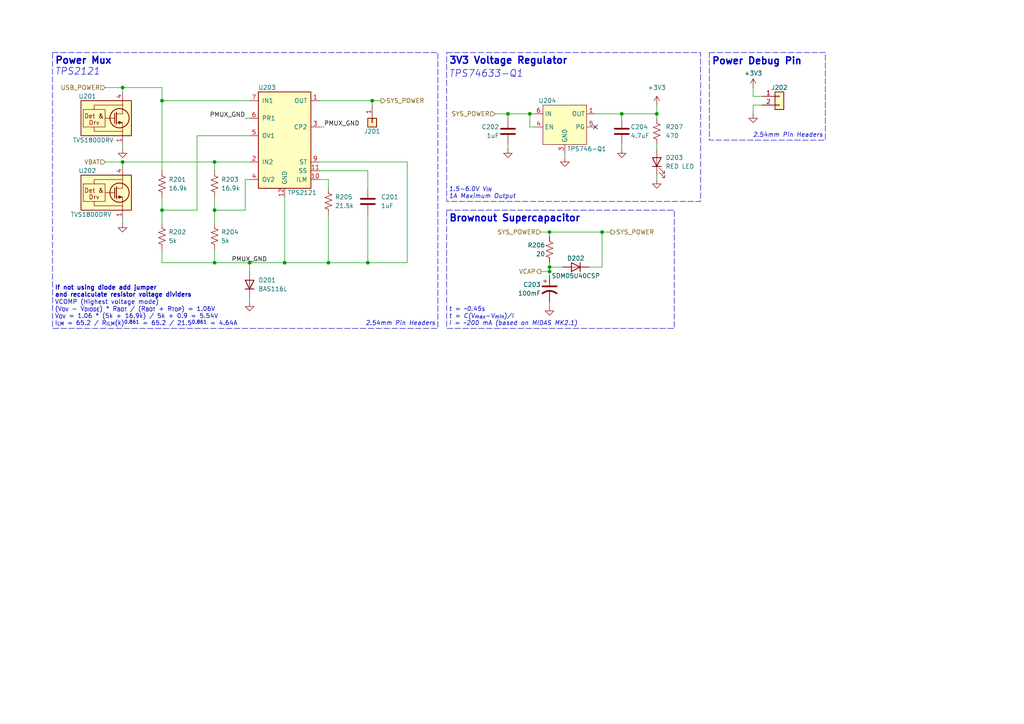
<source format=kicad_sch>
(kicad_sch (version 20250114) (generator "eeschema") (generator_version "9.0")
  (paper "A4")
  (title_block (title "MIDAS Mini Power Circuitry MK1") (date "2025-12-01") (rev "A") (company "Illinois Space Society") (comment 3 "Chethan Karandikar") (comment 4 "Contributors: Himesh Nasaka, Jackie Li, Aarav Dudhia, Thomas McManamen, "))
  (lib_symbols
    (symbol "Connector_Generic:Conn_01x01" (pin_names (offset 1.016) (hide yes))
      (property "Reference" "J" (at 0 2.54 0))
      (property "Value" "Conn_01x01" (at 0 -2.54 0))
      (symbol "Conn_01x01_1_1"
        (rectangle (start -1.27 1.27) (end 1.27 -1.27) (stroke (width 0.254)) (fill (type background)))
        (rectangle (start -1.27 0.127) (end 0 -0.127) (stroke (width 0.1524)))
        (pin passive line (at -5.08 0 0) (length 3.81) (name "Pin_1") (number "1"))
      )
    )
    (symbol "Connector_Generic:Conn_01x02" (pin_names (offset 1.016) (hide yes))
      (property "Reference" "J" (at 0 2.54 0))
      (property "Value" "Conn_01x02" (at 0 -5.08 0))
      (symbol "Conn_01x02_1_1"
        (rectangle (start -1.27 1.27) (end 1.27 -3.81) (stroke (width 0.254)) (fill (type background)))
        (rectangle (start -1.27 0.127) (end 0 -0.127) (stroke (width 0.1524)))
        (rectangle (start -1.27 -2.413) (end 0 -2.667) (stroke (width 0.1524)))
        (pin passive line (at -5.08 0 0) (length 3.81) (name "Pin_1") (number "1"))
        (pin passive line (at -5.08 -2.54 0) (length 3.81) (name "Pin_2") (number "2"))
      )
    )
    (symbol "Device:C" (pin_numbers (hide yes)) (pin_names (offset 0.254))
      (property "Reference" "C" (at 0.635 2.54 0))
      (property "Value" "C" (at 0.635 -2.54 0))
      (symbol "C_0_1"
        (polyline (pts (xy -2.032 0.762) (xy 2.032 0.762)) (stroke (width 0.508)))
        (polyline (pts (xy -2.032 -0.762) (xy 2.032 -0.762)) (stroke (width 0.508)))
      )
      (symbol "C_1_1"
        (pin passive line (at 0 3.81 270) (length 2.794) (name "~") (number "1"))
        (pin passive line (at 0 -3.81 90) (length 2.794) (name "~") (number "2"))
      )
    )
    (symbol "Device:C_Polarized_US" (pin_numbers (hide yes)) (pin_names (offset 0.254) (hide yes))
      (property "Reference" "C" (at 0.635 2.54 0))
      (property "Value" "C_Polarized_US" (at 0.635 -2.54 0))
      (symbol "C_Polarized_US_0_1"
        (polyline (pts (xy -2.032 0.762) (xy 2.032 0.762)) (stroke (width 0.508)))
        (polyline (pts (xy -1.778 2.286) (xy -0.762 2.286)))
        (polyline (pts (xy -1.27 1.778) (xy -1.27 2.794)))
        (arc (start -2.032 -1.27) (mid 0 -0.5572) (end 2.032 -1.27) (stroke (width 0.508)))
      )
      (symbol "C_Polarized_US_1_1"
        (pin passive line (at 0 3.81 270) (length 2.794) (name "~") (number "1"))
        (pin passive line (at 0 -3.81 90) (length 3.302) (name "~") (number "2"))
      )
    )
    (symbol "Device:D" (pin_numbers (hide yes)) (pin_names (offset 1.016) (hide yes))
      (property "Reference" "D" (at 0 2.54 0))
      (property "Value" "D" (at 0 -2.54 0))
      (symbol "D_0_1"
        (polyline (pts (xy -1.27 1.27) (xy -1.27 -1.27)) (stroke (width 0.254)))
        (polyline (pts (xy 1.27 1.27) (xy 1.27 -1.27) (xy -1.27 0) (xy 1.27 1.27)) (stroke (width 0.254)))
        (polyline (pts (xy 1.27 0) (xy -1.27 0)))
      )
      (symbol "D_1_1"
        (pin passive line (at -3.81 0 0) (length 2.54) (name "K") (number "1"))
        (pin passive line (at 3.81 0 180) (length 2.54) (name "A") (number "2"))
      )
    )
    (symbol "Device:LED" (pin_numbers (hide yes)) (pin_names (offset 1.016) (hide yes))
      (property "Reference" "D" (at 0 2.54 0))
      (property "Value" "LED" (at 0 -2.54 0))
      (symbol "LED_0_1"
        (polyline (pts (xy -3.048 -0.762) (xy -4.572 -2.286) (xy -3.81 -2.286) (xy -4.572 -2.286) (xy -4.572 -1.524)))
        (polyline (pts (xy -1.778 -0.762) (xy -3.302 -2.286) (xy -2.54 -2.286) (xy -3.302 -2.286) (xy -3.302 -1.524)))
        (polyline (pts (xy -1.27 0) (xy 1.27 0)))
        (polyline (pts (xy -1.27 -1.27) (xy -1.27 1.27)) (stroke (width 0.254)))
        (polyline (pts (xy 1.27 -1.27) (xy 1.27 1.27) (xy -1.27 0) (xy 1.27 -1.27)) (stroke (width 0.254)))
      )
      (symbol "LED_1_1"
        (pin passive line (at -3.81 0 0) (length 2.54) (name "K") (number "1"))
        (pin passive line (at 3.81 0 180) (length 2.54) (name "A") (number "2"))
      )
    )
    (symbol "Device:R_US" (pin_numbers (hide yes)) (pin_names (offset 0))
      (property "Reference" "R" (at 2.54 0 90))
      (property "Value" "R_US" (at -2.54 0 90))
      (symbol "R_US_0_1"
        (polyline (pts (xy 0 2.286) (xy 0 2.54)))
        (polyline (pts (xy 0 2.286) (xy 1.016 1.905) (xy 0 1.524) (xy -1.016 1.143) (xy 0 0.762)))
        (polyline (pts (xy 0 0.762) (xy 1.016 0.381) (xy 0 0) (xy -1.016 -0.381) (xy 0 -0.762)))
        (polyline (pts (xy 0 -0.762) (xy 1.016 -1.143) (xy 0 -1.524) (xy -1.016 -1.905) (xy 0 -2.286)))
        (polyline (pts (xy 0 -2.286) (xy 0 -2.54)))
      )
      (symbol "R_US_1_1"
        (pin passive line (at 0 3.81 270) (length 1.27) (name "~") (number "1"))
        (pin passive line (at 0 -3.81 90) (length 1.27) (name "~") (number "2"))
      )
    )
    (symbol "Power_MUX:TPS2121" (pin_names (offset 1.016))
      (property "Reference" "U" (at -6.35 16.51 0))
      (property "Value" "TPS2121" (at 3.81 16.51 0))
      (symbol "TPS2121_0_0"
        (rectangle (start -7.62 15.24) (end 7.62 -12.7) (stroke (width 0.254)) (fill (type background)))
        (pin power_in line (at -10.16 12.7 0) (length 2.54) (name "IN1") (number "7"))
        (pin input line (at -10.16 7.62 0) (length 2.54) (name "PR1") (number "6"))
        (pin input line (at -10.16 2.54 0) (length 2.54) (name "OV1") (number "5"))
        (pin power_in line (at -10.16 -5.08 0) (length 2.54) (name "IN2") (number "2"))
        (pin input line (at -10.16 -10.16 0) (length 2.54) (name "OV2") (number "4"))
        (pin power_in line (at 0 -15.24 90) (length 2.54) (name "GND") (number "12"))
        (pin input line (at 10.16 5.08 180) (length 2.54) (name "CP2") (number "3"))
        (pin output line (at 10.16 -5.08 180) (length 2.54) (name "ST") (number "9"))
        (pin output line (at 10.16 -7.62 180) (length 2.54) (name "SS") (number "11"))
        (pin output line (at 10.16 -10.16 180) (length 2.54) (name "ILM") (number "10"))
      )
      (symbol "TPS2121_1_0"
        (pin power_out line (at 10.16 12.7 180) (length 2.54) (name "OUT") (number "1"))
        (pin power_out line (at 10.16 12.7 180) (length 2.54) (hide yes) (name "OUT") (number "8"))
      )
    )
    (symbol "Power_Protection:TVS1800DRV" (pin_names (offset 0) (hide yes))
      (property "Reference" "U" (at 2.54 1.27 0))
      (property "Value" "TVS1800DRV" (at 2.54 -1.27 0))
      (symbol "TVS1800DRV_0_0"
        (rectangle (start -11.43 2.54) (end -5.08 -2.54))
        (polyline (pts (xy -8.255 2.54) (xy -8.255 3.81) (xy 0 3.81)))
        (polyline (pts (xy -8.255 -2.54) (xy -8.255 -3.81) (xy 0 -3.81)))
        (polyline (pts (xy 0 1.27) (xy -1.778 1.27)))
        (text "Det &" (at -8.255 0.635 0) (effects (font (size 1.27 1.27))))
        (text "Drv" (at -8.255 -1.27 0) (effects (font (size 1.27 1.27))))
      )
      (symbol "TVS1800DRV_0_1"
        (rectangle (start -12.065 5.08) (end 2.54 -5.08) (stroke (width 0.254)) (fill (type background)))
        (polyline (pts (xy -2.286 1.397) (xy -2.286 -1.524)) (stroke (width 0.254)))
        (polyline (pts (xy -2.286 0) (xy -5.08 0)))
        (polyline (pts (xy -1.778 1.778) (xy -1.778 -1.778)) (stroke (width 0.254)))
        (circle (center -0.889 0) (radius 2.794) (stroke (width 0.254)))
        (polyline (pts (xy -0.127 -1.27) (xy -1.143 -1.651) (xy -1.143 -0.889) (xy -0.127 -1.27)) (fill (type outline)))
        (polyline (pts (xy 0 5.08) (xy 0 2.54)))
        (polyline (pts (xy 0 2.54) (xy 0 1.27)))
        (polyline (pts (xy 0 -2.54) (xy 0 -5.08)))
        (polyline (pts (xy 0 -2.54) (xy 0 -1.27) (xy -1.778 -1.27)))
      )
      (symbol "TVS1800DRV_1_1"
        (pin passive line (at 0 7.62 270) (length 2.54) (name "IN") (number "4"))
        (pin passive line (at 0 7.62 270) (length 2.54) (hide yes) (name "IN") (number "5"))
        (pin passive line (at 0 7.62 270) (length 2.54) (hide yes) (name "IN") (number "6"))
        (pin power_in line (at 0 -7.62 90) (length 2.54) (name "GND") (number "1"))
        (pin passive line (at 0 -7.62 90) (length 2.54) (hide yes) (name "GND") (number "2"))
        (pin passive line (at 0 -7.62 90) (length 2.54) (hide yes) (name "GND") (number "3"))
        (pin passive line (at 0 -7.62 90) (length 2.54) (hide yes) (name "GND") (number "7"))
      )
    )
    (symbol "Regulator_Texas:TPS746-Q1"
      (property "Reference" "U" (at -6.35 8.89 0))
      (property "Value" "TPS746-Q1" (at 6.35 -5.08 0))
      (symbol "TPS746-Q1_0_0"
        (pin power_in line (at -8.89 5.08 0) (length 2.54) (name "IN") (number "6"))
        (pin input line (at -8.89 1.27 0) (length 2.54) (name "EN") (number "4"))
        (pin power_in line (at 0 -6.35 90) (length 2.54) (name "GND") (number "3"))
        (pin power_out line (at 8.89 5.08 180) (length 2.54) (name "OUT") (number "1"))
        (pin output line (at 8.89 1.27 180) (length 2.54) (name "PG") (number "5"))
      )
      (symbol "TPS746-Q1_1_0"
        (pin no_connect line (at -8.89 -2.54 0) (length 2.54) (hide yes) (name "NC") (number "2"))
      )
      (symbol "TPS746-Q1_1_1"
        (rectangle (start -6.35 7.62) (end 6.35 -3.81) (fill (type background)))
        (pin power_in line (at 0 -6.35 90) (length 2.54) (hide yes) (name "EP") (number "7"))
      )
    )
    (symbol "power:+3V3" (power) (pin_numbers (hide yes)) (pin_names (offset 0) (hide yes))
      (property "Value" "+3V3" (at 0 3.556 0))
      (symbol "+3V3_0_1"
        (polyline (pts (xy -0.762 1.27) (xy 0 2.54)))
        (polyline (pts (xy 0 2.54) (xy 0.762 1.27)))
        (polyline (pts (xy 0 0) (xy 0 2.54)))
      )
      (symbol "+3V3_1_1"
        (pin power_in line (at 0 0 90) (length 0) (name "~") (number "1"))
      )
    )
    (symbol "power:GND" (power) (pin_numbers (hide yes)) (pin_names (offset 0) (hide yes))
      (property "Value" "GND" (at 0 -3.81 0))
      (symbol "GND_0_1"
        (polyline (pts (xy 0 0) (xy 0 -1.27) (xy 1.27 -1.27) (xy 0 -2.54) (xy -1.27 -1.27) (xy 0 -1.27)))
      )
      (symbol "GND_1_1"
        (pin power_in line (at 0 0 270) (length 0) (name "~") (number "1"))
      )
    )
  )
  (rectangle (start 129.54 60.96) (end 195.58 95.25) (stroke (width 0) (type dash)))
  (rectangle (start 15.24 15.24) (end 127 95.25) (stroke (width 0) (type dash)))
  (rectangle (start 205.74 15.24) (end 239.395 40.64) (stroke (width 0) (type dash)))
  (rectangle (start 129.54 15.24) (end 203.2 58.42) (stroke (width 0) (type dash)))
  (text "VCOMP (Highest voltage mode)\n(V_{OV} - V_{DIODE}) * R_{BOT} / (R_{BOT} + R_{TOP}) = 1.06V\nV_{OV} = 1.06 * (5k + 16.9k) / 5k + 0.9 = 5.54V\nI_{LM} = 65.2 / R_{ILM}(k)^{0.861} = 65.2 / 21.5^{0.861} = 4.64A" (at 15.875 94.615 0) (effects (font (size 1.27 1.27) (thickness 0.1588)) (justify left bottom)))
  (text "t = ~0.45s\nt = C(V_{max}−V_{min})/I\nI = ~200 mA (based on MIDAS MK2.1)" (at 130.175 94.615 0) (effects (font (size 1.27 1.27) (italic yes)) (justify left bottom)))
  (text "Power Debug Pin\n\n" (at 206.375 22.225 0) (effects (font (size 2 2) (thickness 0.4) (bold yes)) (justify left bottom)))
  (text "3V3 Voltage Regulator" (at 130.175 16.51 0) (effects (font (size 2 2) (thickness 0.4) (bold yes)) (justify left top)))
  (text "2.54mm Pin Headers" (at 126.365 94.615 0) (effects (font (size 1.27 1.27) (italic yes)) (justify right bottom)))
  (text "1.5-6.0V V_{IN}\n1A Maximum Output" (at 130.175 57.785 0) (effects (font (size 1.27 1.27) (italic yes)) (justify left bottom)))
  (text "2.54mm Pin Headers" (at 238.76 40.005 0) (effects (font (size 1.27 1.27) (italic yes)) (justify right bottom)))
  (text "TPS2121" (at 15.875 19.685 0) (effects (font (size 2 2) (italic yes)) (justify left top)))
  (text "TPS74633-Q1" (at 130.175 20.32 0) (effects (font (size 2 2) (italic yes)) (justify left top)))
  (text "Power Mux" (at 15.875 16.51 0) (effects (font (size 2 2) (thickness 0.4) (bold yes)) (justify left top)))
  (text "If not using diode add jumper\nand recalculate resistor voltage dividers" (at 15.875 86.36 0) (effects (font (size 1.27 1.27) (bold yes)) (justify left bottom)))
  (text "Brownout Supercapacitor\n" (at 130.175 62.23 0) (effects (font (size 2 2) (thickness 0.4) (bold yes)) (justify left top)))
  (junction (at 107.95 29.21))
  (junction (at 174.625 67.31))
  (junction (at 106.68 76.2))
  (junction (at 153.67 33.02))
  (junction (at 82.55 76.2))
  (junction (at 159.385 78.74))
  (junction (at 62.23 60.96))
  (junction (at 35.56 46.99))
  (junction (at 95.25 76.2))
  (junction (at 35.56 25.4))
  (junction (at 180.34 33.02))
  (junction (at 62.23 76.2))
  (junction (at 46.99 29.21))
  (junction (at 46.99 60.96))
  (junction (at 159.385 77.47))
  (junction (at 159.385 67.31))
  (junction (at 147.32 33.02))
  (junction (at 72.39 76.2))
  (junction (at 62.23 46.99))
  (junction (at 190.5 33.02))
  (no_connect (at 172.72 36.83))
  (wire (pts (xy 62.23 46.99) (xy 72.39 46.99)))
  (wire (pts (xy 107.95 30.48) (xy 107.95 29.21)))
  (wire (pts (xy 35.56 46.99) (xy 62.23 46.99)))
  (wire (pts (xy 107.95 29.21) (xy 110.49 29.21)))
  (wire (pts (xy 174.625 77.47) (xy 170.815 77.47)))
  (wire (pts (xy 95.25 76.2) (xy 106.68 76.2)))
  (wire (pts (xy 35.56 41.91) (xy 35.56 43.18)))
  (wire (pts (xy 174.625 67.31) (xy 177.165 67.31)))
  (wire (pts (xy 46.99 29.21) (xy 46.99 49.53)))
  (wire (pts (xy 118.11 76.2) (xy 118.11 46.99)))
  (wire (pts (xy 71.12 34.29) (xy 72.39 34.29)))
  (wire (pts (xy 46.99 29.21) (xy 72.39 29.21)))
  (wire (pts (xy 30.48 46.99) (xy 35.56 46.99)))
  (wire (pts (xy 147.32 41.91) (xy 147.32 43.18)))
  (wire (pts (xy 62.23 60.96) (xy 71.12 60.96)))
  (wire (pts (xy 92.71 29.21) (xy 107.95 29.21)))
  (wire (pts (xy 82.55 76.2) (xy 95.25 76.2)))
  (wire (pts (xy 147.32 33.02) (xy 153.67 33.02)))
  (wire (pts (xy 62.23 57.15) (xy 62.23 60.96)))
  (wire (pts (xy 72.39 52.07) (xy 71.12 52.07)))
  (wire (pts (xy 156.845 67.31) (xy 159.385 67.31)))
  (wire (pts (xy 143.51 33.02) (xy 147.32 33.02)))
  (wire (pts (xy 159.385 67.31) (xy 159.385 68.58)))
  (wire (pts (xy 163.83 45.72) (xy 163.83 44.45)))
  (wire (pts (xy 93.98 36.83) (xy 92.71 36.83)))
  (wire (pts (xy 172.72 33.02) (xy 180.34 33.02)))
  (wire (pts (xy 156.845 78.74) (xy 159.385 78.74)))
  (wire (pts (xy 92.71 52.07) (xy 95.25 52.07)))
  (wire (pts (xy 106.68 49.53) (xy 106.68 54.61)))
  (wire (pts (xy 92.71 46.99) (xy 118.11 46.99)))
  (wire (pts (xy 35.56 46.99) (xy 35.56 48.26)))
  (wire (pts (xy 159.385 77.47) (xy 159.385 78.74)))
  (wire (pts (xy 159.385 76.2) (xy 159.385 77.47)))
  (wire (pts (xy 153.67 33.02) (xy 154.94 33.02)))
  (wire (pts (xy 159.385 78.74) (xy 159.385 80.01)))
  (wire (pts (xy 147.32 34.29) (xy 147.32 33.02)))
  (wire (pts (xy 46.99 25.4) (xy 46.99 29.21)))
  (wire (pts (xy 180.34 33.02) (xy 180.34 34.29)))
  (wire (pts (xy 62.23 60.96) (xy 62.23 64.77)))
  (wire (pts (xy 57.15 39.37) (xy 72.39 39.37)))
  (wire (pts (xy 218.44 30.48) (xy 220.98 30.48)))
  (wire (pts (xy 159.385 87.63) (xy 159.385 88.9)))
  (wire (pts (xy 62.23 46.99) (xy 62.23 49.53)))
  (wire (pts (xy 62.23 72.39) (xy 62.23 76.2)))
  (wire (pts (xy 190.5 30.48) (xy 190.5 33.02)))
  (wire (pts (xy 35.56 63.5) (xy 35.56 64.77)))
  (wire (pts (xy 180.34 33.02) (xy 190.5 33.02)))
  (wire (pts (xy 220.98 27.94) (xy 218.44 27.94)))
  (wire (pts (xy 218.44 27.94) (xy 218.44 25.4)))
  (wire (pts (xy 159.385 77.47) (xy 163.195 77.47)))
  (wire (pts (xy 72.39 76.2) (xy 72.39 78.74)))
  (wire (pts (xy 92.71 49.53) (xy 106.68 49.53)))
  (wire (pts (xy 106.68 62.23) (xy 106.68 76.2)))
  (wire (pts (xy 46.99 60.96) (xy 57.15 60.96)))
  (wire (pts (xy 190.5 50.8) (xy 190.5 52.07)))
  (wire (pts (xy 72.39 76.2) (xy 82.55 76.2)))
  (wire (pts (xy 159.385 67.31) (xy 174.625 67.31)))
  (wire (pts (xy 218.44 33.02) (xy 218.44 30.48)))
  (wire (pts (xy 71.12 52.07) (xy 71.12 60.96)))
  (wire (pts (xy 57.15 60.96) (xy 57.15 39.37)))
  (wire (pts (xy 95.25 62.23) (xy 95.25 76.2)))
  (wire (pts (xy 180.34 41.91) (xy 180.34 43.18)))
  (wire (pts (xy 72.39 86.36) (xy 72.39 87.63)))
  (wire (pts (xy 106.68 76.2) (xy 118.11 76.2)))
  (wire (pts (xy 62.23 76.2) (xy 72.39 76.2)))
  (wire (pts (xy 30.48 25.4) (xy 35.56 25.4)))
  (wire (pts (xy 174.625 67.31) (xy 174.625 77.47)))
  (wire (pts (xy 46.99 60.96) (xy 46.99 64.77)))
  (wire (pts (xy 95.25 52.07) (xy 95.25 54.61)))
  (wire (pts (xy 35.56 25.4) (xy 46.99 25.4)))
  (wire (pts (xy 190.5 41.91) (xy 190.5 43.18)))
  (wire (pts (xy 153.67 36.83) (xy 154.94 36.83)))
  (wire (pts (xy 190.5 34.29) (xy 190.5 33.02)))
  (wire (pts (xy 35.56 25.4) (xy 35.56 26.67)))
  (wire (pts (xy 46.99 57.15) (xy 46.99 60.96)))
  (wire (pts (xy 82.55 57.15) (xy 82.55 76.2)))
  (wire (pts (xy 153.67 33.02) (xy 153.67 36.83)))
  (wire (pts (xy 46.99 76.2) (xy 62.23 76.2)))
  (wire (pts (xy 46.99 72.39) (xy 46.99 76.2)))
  (label "PMUX_GND" (at 71.12 34.29 180))
  (label "PMUX_GND" (at 93.98 36.83 0))
  (label "PMUX_GND" (at 77.47 76.2 180))
  (hierarchical_label "SYS_POWER" (shape input) (at 143.51 33.02 180))
  (hierarchical_label "VCAP" (shape output) (at 156.845 78.74 180))
  (hierarchical_label "VBAT" (shape input) (at 30.48 46.99 180))
  (hierarchical_label "SYS_POWER" (shape output) (at 177.165 67.31 0))
  (hierarchical_label "USB_POWER" (shape input) (at 30.48 25.4 180))
  (hierarchical_label "SYS_POWER" (shape output) (at 110.49 29.21 0))
  (hierarchical_label "SYS_POWER" (shape input) (at 156.845 67.31 180))
  (symbol (lib_id "power:GND") (at 35.56 43.18 0) (unit 1)
    (property "Reference" "#PWR0201" (effects (hide yes)))
    (property "Value" "GND" (effects (hide yes)))
  )
  (symbol (lib_id "power:+3V3") (at 190.5 30.48 0) (unit 1)
    (property "Reference" "#PWR0210" (effects (hide yes)))
    (property "Value" "+3V3" (at 190.5 25.4 0))
    (property "Description" "Power symbol creates a global label with name \"+3V3\"" (effects (hide yes)))
  )
  (symbol (lib_id "power:GND") (at 190.5 52.07 0) (unit 1)
    (property "Reference" "#PWR0211" (effects (hide yes)))
    (property "Value" "GND" (effects (hide yes)))
    (property "Description" "Power symbol creates a global label with name \"GND\" , ground" (effects (hide yes)))
  )
  (symbol (lib_id "power:GND") (at 163.83 45.72 0) (unit 1)
    (property "Reference" "#PWR0208" (effects (hide yes)))
    (property "Value" "GND" (effects (hide yes)))
    (property "Description" "Power symbol creates a global label with name \"GND\" , ground" (effects (hide yes)))
  )
  (symbol (lib_id "Power_MUX:TPS2121") (at 82.55 41.91 0) (unit 1)
    (property "Reference" "U203" (at 77.47 25.4 0))
    (property "Value" "TPS2121" (at 87.63 55.88 0))
    (property "Footprint" "Package_DFN_QFN:Texas_VQFN-HR-12_2x2.5mm_P0.5mm" (effects (hide yes)))
    (property "Datasheet" "https://www.ti.com/lit/ds/symlink/tps2121.pdf?ts=1705304589947&ref_url=http%253A%252F%252Fwww.ti.com%252Ftool%252FTIDA-010008" (effects (hide yes)))
  )
  (symbol (lib_id "Device:R_US") (at 190.5 38.1 0) (unit 1)
    (property "Reference" "R207" (at 193.04 36.83 0) (effects (justify left)))
    (property "Value" "470" (at 193.04 39.37 0) (effects (justify left)))
    (property "Footprint" "Resistor_SMD:R_0402_1005Metric" (effects (hide yes)))
  )
  (symbol (lib_id "Device:LED") (at 190.5 46.99 90) (unit 1)
    (property "Reference" "D203" (at 193.04 45.72 90) (effects (justify right)))
    (property "Value" "RED LED" (at 193.04 48.26 90) (effects (justify right)))
    (property "Footprint" "LED_SMD:LED_0603_1608Metric" (effects (hide yes)))
    (property "Datasheet" "https://www.kingbrightusa.com/images/catalog/SPEC/APT1608SURCK.pdf" (effects (hide yes)))
  )
  (symbol (lib_id "Power_Protection:TVS1800DRV") (at 35.56 34.29 0) (unit 1)
    (property "Reference" "U201" (at 27.94 27.94 0) (effects (justify right)))
    (property "Value" "TVS1800DRV" (at 33.02 40.64 0) (effects (justify right)))
    (property "Footprint" "Package_SON:WSON-6-1EP_2x2mm_P0.65mm_EP1x1.6mm" (effects (hide yes)))
    (property "Datasheet" "http://www.ti.com/lit/ds/symlink/tvs1800.pdf" (effects (hide yes)))
    (property "Description" "Flat-Clamp Surge Protection Device. 18Vrwm, WSON-6" (effects (hide yes)))
  )
  (symbol (lib_id "Device:R_US") (at 95.25 58.42 180) (unit 1)
    (property "Reference" "R205" (at 97.155 57.15 0) (effects (justify right)))
    (property "Value" "21.5k" (at 97.155 59.69 0) (effects (justify right)))
    (property "Footprint" "Resistor_SMD:R_0402_1005Metric" (effects (hide yes)))
  )
  (symbol (lib_id "Device:C") (at 147.32 38.1 0) (unit 1)
    (property "Reference" "C202" (at 144.78 36.83 0) (effects (justify right)))
    (property "Value" "1uF" (at 144.78 39.37 0) (effects (justify right)))
    (property "Footprint" "Capacitor_SMD:C_0402_1005Metric" (effects (hide yes)))
    (property "Description" "Unpolarized capacitor" (effects (hide yes)))
  )
  (symbol (lib_id "Device:C_Polarized_US") (at 159.385 83.82 0) (unit 1)
    (property "Reference" "C203" (at 156.845 82.55 0) (effects (justify right)))
    (property "Value" "100mF" (at 156.845 85.09 0) (effects (justify right)))
    (property "Footprint" "Capacitor_SMD:CP_Elec_10x10.5" (effects (hide yes)))
    (property "Datasheet" "https://www.mouser.com/ProductDetail/KEMET/FC0H104ZFTBR24?qs=BenOyfdfArqPNE%252BRTL9lYQ%3D%3D&utm_id=22340552284&utm_source=google&utm_medium=cpc&utm_marketing_tactic=amercorp&gad_source=1&gad_campaignid=22340553736&gbraid=0AAAAADn_wf0lepi-TKk1G6RD-G-Oh3wb5&gclid=Cj0KCQiAq7HIBhDoARIsAOATDxDwkNBt5FkvOgnkDhsISLR30tHHxEndGjqFIuD7ql-SYhX6yQtzMsYaAtS5EALw_wcB" (effects (hide yes)))
    (property "Description" "FC0H104ZFTBR24" (effects (hide yes)))
  )
  (symbol (lib_id "Power_Protection:TVS1800DRV") (at 35.56 55.88 0) (unit 1)
    (property "Reference" "U202" (at 27.94 49.53 0) (effects (justify right)))
    (property "Value" "TVS1800DRV" (at 32.385 62.23 0) (effects (justify right)))
    (property "Footprint" "Package_SON:WSON-6-1EP_2x2mm_P0.65mm_EP1x1.6mm" (effects (hide yes)))
    (property "Datasheet" "http://www.ti.com/lit/ds/symlink/tvs1800.pdf" (effects (hide yes)))
    (property "Description" "Flat-Clamp Surge Protection Device. 18Vrwm, WSON-6" (effects (hide yes)))
  )
  (symbol (lib_id "power:GND") (at 159.385 88.9 0) (unit 1)
    (property "Reference" "#PWR0207" (effects (hide yes)))
    (property "Value" "GND" (effects (hide yes)))
    (property "Description" "Power symbol creates a global label with name \"GND\" , ground" (effects (hide yes)))
  )
  (symbol (lib_id "power:GND") (at 180.34 43.18 0) (unit 1)
    (property "Reference" "#PWR0209" (effects (hide yes)))
    (property "Value" "GND" (effects (hide yes)))
    (property "Description" "Power symbol creates a global label with name \"GND\" , ground" (effects (hide yes)))
  )
  (symbol (lib_id "power:GND") (at 72.39 87.63 0) (unit 1)
    (property "Reference" "#PWR0204" (effects (hide yes)))
    (property "Value" "GND" (effects (hide yes)))
  )
  (symbol (lib_id "Device:D") (at 167.005 77.47 180) (unit 1)
    (property "Reference" "D202" (at 167.005 74.93 0))
    (property "Value" "SDM05U40CSP" (at 167.005 80.01 0))
    (property "Footprint" "Diode_SMD:D_SOD-882" (effects (hide yes)))
    (property "Datasheet" "https://www.diodes.com/assets/Datasheets/SDM05U40CSP.pdf" (effects (hide yes)))
    (property "Description" "Diode" (effects (hide yes)))
    (property "Sim.Device" "D" (effects (hide yes)))
    (property "Sim.Pins" "1=K 2=A" (effects (hide yes)))
  )
  (symbol (lib_id "Device:R_US") (at 46.99 68.58 0) (unit 1)
    (property "Reference" "R202" (at 48.895 67.31 0) (effects (justify left)))
    (property "Value" "5k" (at 48.895 69.85 0) (effects (justify left)))
    (property "Footprint" "Resistor_SMD:R_0402_1005Metric" (effects (hide yes)))
  )
  (symbol (lib_id "Device:R_US") (at 62.23 53.34 0) (unit 1)
    (property "Reference" "R203" (at 64.135 52.07 0) (effects (justify left)))
    (property "Value" "16.9k" (at 64.135 54.61 0) (effects (justify left)))
    (property "Footprint" "Resistor_SMD:R_0402_1005Metric" (effects (hide yes)))
  )
  (symbol (lib_id "Regulator_Texas:TPS746-Q1") (at 163.83 38.1 0) (unit 1)
    (property "Reference" "U204" (at 158.75 29.21 0))
    (property "Value" "TPS746-Q1" (at 170.18 43.18 0))
    (property "Footprint" "Package_SON:WSON-6-1EP_2x2mm_P0.65mm_EP1x1.6mm" (effects (hide yes)))
    (property "Datasheet" "https://www.ti.com/lit/ds/symlink/tps746-q1.pdf" (effects (hide yes)))
    (property "Description" "Automotive 1A LDO With Power-Good, 1.5-6V Input, WSON-6" (effects (hide yes)))
  )
  (symbol (lib_id "Device:C") (at 106.68 58.42 180) (unit 1)
    (property "Reference" "C201" (at 110.49 57.15 0) (effects (justify right)))
    (property "Value" "1uF" (at 110.49 59.69 0) (effects (justify right)))
    (property "Footprint" "Capacitor_SMD:C_0402_1005Metric" (effects (hide yes)))
  )
  (symbol (lib_id "power:GND") (at 35.56 64.77 0) (unit 1)
    (property "Reference" "#PWR0202" (effects (hide yes)))
    (property "Value" "GND" (effects (hide yes)))
  )
  (symbol (lib_id "Device:R_US") (at 159.385 72.39 180) (unit 1)
    (property "Reference" "R206" (at 158.115 71.12 0) (effects (justify left)))
    (property "Value" "20" (at 158.115 73.66 0) (effects (justify left)))
    (property "Footprint" "Resistor_SMD:R_0612_1632Metric" (effects (hide yes)))
    (property "Datasheet" "https://www.digikey.com/en/products/detail/rohm-semiconductor/LTR18EZPF20R0/16686729" (effects (hide yes)))
  )
  (symbol (lib_id "Device:R_US") (at 62.23 68.58 0) (unit 1)
    (property "Reference" "R204" (at 64.135 67.31 0) (effects (justify left)))
    (property "Value" "5k" (at 64.135 69.85 0) (effects (justify left)))
    (property "Footprint" "Resistor_SMD:R_0402_1005Metric" (effects (hide yes)))
  )
  (symbol (lib_id "Device:C") (at 180.34 38.1 0) (unit 1)
    (property "Reference" "C204" (at 182.88 36.83 0) (effects (justify left)))
    (property "Value" "4.7uF" (at 182.88 39.37 0) (effects (justify left)))
    (property "Footprint" "Capacitor_SMD:C_0402_1005Metric" (effects (hide yes)))
    (property "Description" "Unpolarized capacitor" (effects (hide yes)))
  )
  (symbol (lib_id "Connector_Generic:Conn_01x02") (at 226.06 27.94 0) (unit 1)
    (property "Reference" "J202" (at 226.06 25.4 0))
    (property "Value" "Conn_01x02" (effects (hide yes)))
    (property "Footprint" "Connector_PinSocket_2.54mm:PinSocket_1x02_P2.54mm_Vertical" (effects (hide yes)))
  )
  (symbol (lib_id "Device:R_US") (at 46.99 53.34 0) (unit 1)
    (property "Reference" "R201" (at 48.895 52.07 0) (effects (justify left)))
    (property "Value" "16.9k" (at 48.895 54.61 0) (effects (justify left)))
    (property "Footprint" "Resistor_SMD:R_0402_1005Metric" (effects (hide yes)))
  )
  (symbol (lib_id "Device:D") (at 72.39 82.55 90) (unit 1)
    (property "Reference" "D201" (at 74.93 81.2799 90) (effects (justify right)))
    (property "Value" "BAS116L" (at 74.93 83.8199 90) (effects (justify right)))
    (property "Footprint" "Diode_SMD:D_SOD-882" (effects (hide yes)))
    (property "Datasheet" "https://assets.nexperia.com/documents/data-sheet/BAS116L.pdf" (effects (hide yes)))
  )
  (symbol (lib_id "Connector_Generic:Conn_01x01") (at 107.95 35.56 270) (unit 1)
    (property "Reference" "J201" (at 107.95 38.1 90))
    (property "Value" "TestPoint" (effects (hide yes)))
    (property "Footprint" "TestPoint:TestPoint_THTPad_1.5x1.5mm_Drill0.7mm" (effects (hide yes)))
  )
  (symbol (lib_id "power:GND") (at 147.32 43.18 0) (unit 1)
    (property "Reference" "#PWR0206" (effects (hide yes)))
    (property "Value" "GND" (effects (hide yes)))
    (property "Description" "Power symbol creates a global label with name \"GND\" , ground" (effects (hide yes)))
  )
  (symbol (lib_id "power:+3V3") (at 218.44 25.4 0) (unit 1)
    (property "Reference" "#PWR0212" (effects (hide yes)))
    (property "Value" "+3V3" (at 218.44 21.2669 0))
  )
  (symbol (lib_id "power:GND") (at 218.44 33.02 0) (unit 1)
    (property "Reference" "#PWR0213" (effects (hide yes)))
    (property "Value" "GND" (effects (hide yes)))
  )
)
</source>
